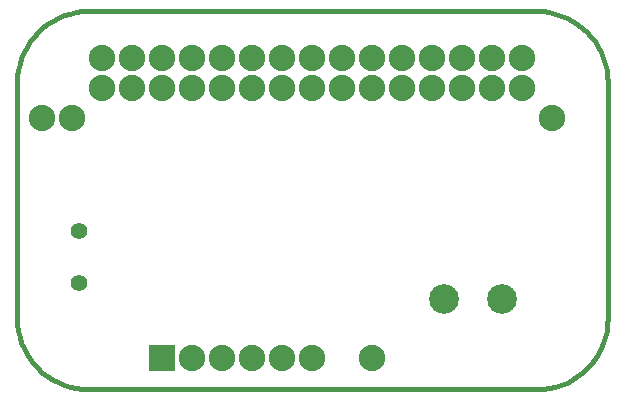
<source format=gbs>
G04 (created by PCBNEW-RS274X (2012-01-19 BZR 3256)-stable) date 5/11/2012 7:46:45 PM*
G01*
G70*
G90*
%MOIN*%
G04 Gerber Fmt 3.4, Leading zero omitted, Abs format*
%FSLAX34Y34*%
G04 APERTURE LIST*
%ADD10C,0.006000*%
%ADD11C,0.015000*%
%ADD12R,0.088000X0.088000*%
%ADD13C,0.088000*%
%ADD14C,0.098700*%
%ADD15C,0.055400*%
G04 APERTURE END LIST*
G54D10*
G54D11*
X50158Y-33937D02*
X50167Y-34142D01*
X50194Y-34347D01*
X50239Y-34548D01*
X50301Y-34744D01*
X50380Y-34935D01*
X50475Y-35117D01*
X50586Y-35291D01*
X50711Y-35455D01*
X50850Y-35607D01*
X51002Y-35746D01*
X51166Y-35871D01*
X51340Y-35982D01*
X51522Y-36077D01*
X51713Y-36156D01*
X51909Y-36218D01*
X52110Y-36263D01*
X52315Y-36290D01*
X52520Y-36299D01*
X69843Y-26063D02*
X69843Y-33937D01*
X50157Y-33937D02*
X50157Y-26063D01*
X67480Y-36300D02*
X67685Y-36291D01*
X67890Y-36264D01*
X68091Y-36219D01*
X68288Y-36157D01*
X68478Y-36078D01*
X68661Y-35983D01*
X68835Y-35872D01*
X68998Y-35747D01*
X69150Y-35607D01*
X69290Y-35455D01*
X69415Y-35292D01*
X69526Y-35118D01*
X69621Y-34935D01*
X69700Y-34745D01*
X69762Y-34548D01*
X69807Y-34347D01*
X69834Y-34142D01*
X69843Y-33937D01*
X52520Y-23701D02*
X67480Y-23701D01*
X52520Y-36299D02*
X67480Y-36299D01*
X69842Y-26063D02*
X69833Y-25858D01*
X69806Y-25653D01*
X69761Y-25452D01*
X69699Y-25256D01*
X69620Y-25065D01*
X69525Y-24883D01*
X69414Y-24709D01*
X69289Y-24545D01*
X69150Y-24393D01*
X68998Y-24254D01*
X68834Y-24129D01*
X68661Y-24018D01*
X68478Y-23923D01*
X68287Y-23844D01*
X68091Y-23782D01*
X67890Y-23737D01*
X67685Y-23710D01*
X67480Y-23701D01*
X52520Y-23700D02*
X52315Y-23709D01*
X52110Y-23736D01*
X51909Y-23781D01*
X51712Y-23843D01*
X51522Y-23922D01*
X51339Y-24017D01*
X51165Y-24128D01*
X51002Y-24253D01*
X50850Y-24393D01*
X50710Y-24545D01*
X50585Y-24708D01*
X50474Y-24882D01*
X50379Y-25065D01*
X50300Y-25255D01*
X50238Y-25452D01*
X50193Y-25653D01*
X50166Y-25858D01*
X50157Y-26063D01*
G54D12*
X55000Y-35250D03*
G54D13*
X56000Y-35250D03*
X57000Y-35250D03*
X58000Y-35250D03*
X59000Y-35250D03*
X60000Y-35250D03*
X68000Y-27250D03*
X52000Y-27250D03*
X51000Y-27250D03*
X62000Y-35250D03*
G54D14*
X66315Y-33307D03*
X64393Y-33307D03*
G54D15*
X52217Y-31024D03*
X52217Y-32756D03*
G54D13*
X67000Y-25250D03*
X66000Y-25250D03*
X65000Y-25250D03*
X64000Y-25250D03*
X63000Y-25250D03*
X62000Y-25250D03*
X61000Y-25250D03*
X60000Y-25250D03*
X59000Y-25250D03*
X58000Y-25250D03*
X57000Y-25250D03*
X56000Y-25250D03*
X55000Y-25250D03*
X54000Y-25250D03*
X53000Y-25250D03*
X67000Y-26250D03*
X66000Y-26250D03*
X65000Y-26250D03*
X64000Y-26250D03*
X63000Y-26250D03*
X62000Y-26250D03*
X61000Y-26250D03*
X60000Y-26250D03*
X59000Y-26250D03*
X58000Y-26250D03*
X57000Y-26250D03*
X56000Y-26250D03*
X55000Y-26250D03*
X54000Y-26250D03*
X53000Y-26250D03*
M02*

</source>
